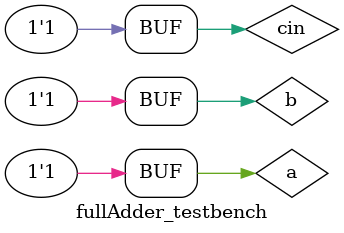
<source format=sv>

`timescale 10ps/1fs
module fullAdder (a, b, cin, sum, cout);
	input  logic a, b, cin;
	output logic sum, cout;
	
	// Gate signals
	logic xorAB, andAB, andABCin; 
	
	// Gate-level logic
	xor #5 xor0 (xorAB, a, b);
	xor #5 xor1 (sum, xorAB, cin);
	and #5 and0 (andAB, a, b);
	and #5 and1 (andABCin, xorAB, cin);
	or #5 or0 (cout, andAB, andABCin);

endmodule

// Test all input combinations of a, b, and cin
// and ensure the correct outputs for sum and cout
module fullAdder_testbench();

	logic a, b, cin, sum, cout;
	
	fullAdder dut (a, b, cin, sum, cout);
	
	initial begin
	// Iterate through all possible eight input combinations
		for (int i = 0; i < 8; i++) begin
		// Assign signals each one bit
			{a, b, cin} = i; #1000;
		end  
	end 

endmodule  

</source>
